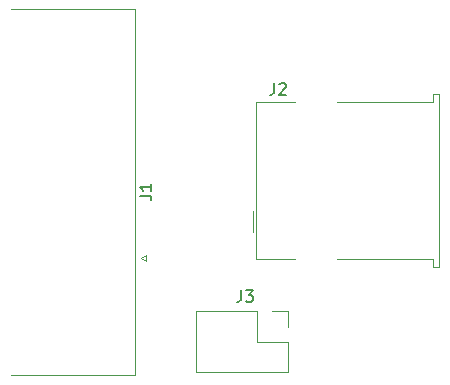
<source format=gbr>
%TF.GenerationSoftware,KiCad,Pcbnew,(5.1.10)-1*%
%TF.CreationDate,2021-11-06T11:37:03+01:00*%
%TF.ProjectId,msx-mouse-adapter,6d73782d-6d6f-4757-9365-2d6164617074,rev?*%
%TF.SameCoordinates,Original*%
%TF.FileFunction,Legend,Top*%
%TF.FilePolarity,Positive*%
%FSLAX46Y46*%
G04 Gerber Fmt 4.6, Leading zero omitted, Abs format (unit mm)*
G04 Created by KiCad (PCBNEW (5.1.10)-1) date 2021-11-06 11:37:03*
%MOMM*%
%LPD*%
G01*
G04 APERTURE LIST*
%ADD10C,0.120000*%
%ADD11C,0.150000*%
G04 APERTURE END LIST*
D10*
%TO.C,J2*%
X156852000Y-55992000D02*
X148742000Y-55992000D01*
X156852000Y-55992000D02*
X156852000Y-56642000D01*
X141892000Y-55992000D02*
X141892000Y-42672000D01*
X141892000Y-55992000D02*
X145222000Y-55992000D01*
X141892000Y-42672000D02*
X145222000Y-42672000D01*
X157372000Y-42022000D02*
X156852000Y-42022000D01*
X157372000Y-56642000D02*
X157372000Y-42022000D01*
X148742000Y-42672000D02*
X156852000Y-42672000D01*
X156852000Y-56642000D02*
X157372000Y-56642000D01*
X156852000Y-42022000D02*
X156852000Y-42672000D01*
X141672000Y-53732000D02*
X141672000Y-51932000D01*
%TO.C,J3*%
X136846000Y-60392000D02*
X136846000Y-65592000D01*
X141986000Y-60392000D02*
X136846000Y-60392000D01*
X144586000Y-65592000D02*
X136846000Y-65592000D01*
X141986000Y-60392000D02*
X141986000Y-62992000D01*
X141986000Y-62992000D02*
X144586000Y-62992000D01*
X144586000Y-62992000D02*
X144586000Y-65592000D01*
X143256000Y-60392000D02*
X144586000Y-60392000D01*
X144586000Y-60392000D02*
X144586000Y-61722000D01*
%TO.C,J1*%
X132126325Y-55880000D02*
X132559338Y-55630000D01*
X132559338Y-55630000D02*
X132559338Y-56130000D01*
X132559338Y-56130000D02*
X132126325Y-55880000D01*
X121185000Y-34855000D02*
X131665000Y-34855000D01*
X131665000Y-34855000D02*
X131665000Y-65825000D01*
X131665000Y-65825000D02*
X121185000Y-65825000D01*
%TO.C,J2*%
D11*
X143430666Y-41108380D02*
X143430666Y-41822666D01*
X143383047Y-41965523D01*
X143287809Y-42060761D01*
X143144952Y-42108380D01*
X143049714Y-42108380D01*
X143859238Y-41203619D02*
X143906857Y-41156000D01*
X144002095Y-41108380D01*
X144240190Y-41108380D01*
X144335428Y-41156000D01*
X144383047Y-41203619D01*
X144430666Y-41298857D01*
X144430666Y-41394095D01*
X144383047Y-41536952D01*
X143811619Y-42108380D01*
X144430666Y-42108380D01*
%TO.C,J3*%
X140636666Y-58634380D02*
X140636666Y-59348666D01*
X140589047Y-59491523D01*
X140493809Y-59586761D01*
X140350952Y-59634380D01*
X140255714Y-59634380D01*
X141017619Y-58634380D02*
X141636666Y-58634380D01*
X141303333Y-59015333D01*
X141446190Y-59015333D01*
X141541428Y-59062952D01*
X141589047Y-59110571D01*
X141636666Y-59205809D01*
X141636666Y-59443904D01*
X141589047Y-59539142D01*
X141541428Y-59586761D01*
X141446190Y-59634380D01*
X141160476Y-59634380D01*
X141065238Y-59586761D01*
X141017619Y-59539142D01*
%TO.C,J1*%
X132040380Y-50625333D02*
X132754666Y-50625333D01*
X132897523Y-50672952D01*
X132992761Y-50768190D01*
X133040380Y-50911047D01*
X133040380Y-51006285D01*
X133040380Y-49625333D02*
X133040380Y-50196761D01*
X133040380Y-49911047D02*
X132040380Y-49911047D01*
X132183238Y-50006285D01*
X132278476Y-50101523D01*
X132326095Y-50196761D01*
%TD*%
M02*

</source>
